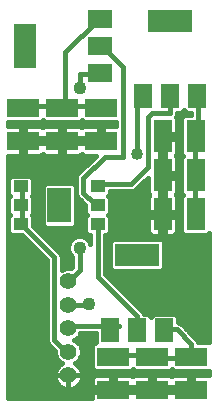
<source format=gtl>
G75*
G70*
%OFA0B0*%
%FSLAX24Y24*%
%IPPOS*%
%LPD*%
%AMOC8*
5,1,8,0,0,1.08239X$1,22.5*
%
%ADD10R,0.0760X0.1500*%
%ADD11R,0.0790X0.0590*%
%ADD12R,0.1500X0.0760*%
%ADD13R,0.0590X0.0790*%
%ADD14C,0.0555*%
%ADD15R,0.1063X0.0630*%
%ADD16R,0.0630X0.1063*%
%ADD17R,0.0512X0.0394*%
%ADD18R,0.0787X0.1181*%
%ADD19C,0.0160*%
%ADD20C,0.0436*%
%ADD21C,0.0400*%
D10*
X001500Y012080D03*
D11*
X004024Y012080D03*
X004024Y011174D03*
X004024Y012986D03*
D12*
X006350Y012930D03*
X005250Y005130D03*
D13*
X005250Y002606D03*
X004344Y002606D03*
X006156Y002606D03*
X006350Y010406D03*
X005444Y010406D03*
X007256Y010406D03*
D14*
X002959Y004255D03*
X002959Y003467D03*
X002959Y002680D03*
X002959Y001893D03*
X002959Y001105D03*
D15*
X004450Y000629D03*
X004450Y001731D03*
X005750Y001731D03*
X005750Y000629D03*
X007050Y000629D03*
X007050Y001731D03*
X004050Y008929D03*
X004050Y010031D03*
X002750Y010031D03*
X002750Y008929D03*
X001450Y008929D03*
X001450Y010031D03*
D16*
X006099Y009080D03*
X006099Y007780D03*
X006099Y006480D03*
X007201Y006480D03*
X007201Y007780D03*
X007201Y009080D03*
D17*
X003930Y007410D03*
X003930Y006780D03*
X003930Y006150D03*
X001370Y006150D03*
X001370Y006780D03*
X001370Y007410D03*
D18*
X002650Y006780D03*
D19*
X000930Y008434D02*
X000930Y000360D01*
X003739Y000360D01*
X003739Y000551D01*
X004373Y000551D01*
X004373Y000706D01*
X004373Y001124D01*
X003895Y001124D01*
X003849Y001112D01*
X003808Y001088D01*
X003774Y001054D01*
X003751Y001013D01*
X003739Y000967D01*
X003739Y000706D01*
X004373Y000706D01*
X004527Y000706D01*
X004527Y001124D01*
X005005Y001124D01*
X005051Y001112D01*
X005092Y001088D01*
X005100Y001080D01*
X005108Y001088D01*
X005149Y001112D01*
X005195Y001124D01*
X005673Y001124D01*
X005673Y000706D01*
X005827Y000706D01*
X005827Y001124D01*
X006305Y001124D01*
X006351Y001112D01*
X006392Y001088D01*
X006400Y001080D01*
X006408Y001088D01*
X006449Y001112D01*
X006495Y001124D01*
X006973Y001124D01*
X006973Y000706D01*
X007127Y000706D01*
X007127Y001124D01*
X007605Y001124D01*
X007640Y001114D01*
X007640Y001256D01*
X006452Y001256D01*
X006400Y001308D01*
X006348Y001256D01*
X005152Y001256D01*
X005100Y001308D01*
X005048Y001256D01*
X003852Y001256D01*
X003759Y001350D01*
X003759Y002112D01*
X003852Y002206D01*
X003889Y002206D01*
X003889Y002520D01*
X003366Y002520D01*
X003330Y002432D01*
X003206Y002309D01*
X003151Y002286D01*
X003206Y002263D01*
X003330Y002140D01*
X003396Y001980D01*
X003396Y001806D01*
X003330Y001645D01*
X003206Y001522D01*
X003175Y001509D01*
X003198Y001496D01*
X003257Y001454D01*
X003308Y001403D01*
X003350Y001345D01*
X003383Y001281D01*
X003405Y001212D01*
X003416Y001141D01*
X003416Y001105D01*
X002959Y001105D01*
X002959Y001105D01*
X002959Y000648D01*
X002995Y000648D01*
X003066Y000659D01*
X003134Y000681D01*
X003198Y000714D01*
X003257Y000756D01*
X003308Y000807D01*
X003350Y000865D01*
X003383Y000930D01*
X003405Y000998D01*
X003416Y001069D01*
X003416Y001105D01*
X002959Y001105D01*
X002959Y001105D01*
X002959Y000648D01*
X002923Y000648D01*
X002852Y000659D01*
X002783Y000681D01*
X002719Y000714D01*
X002661Y000756D01*
X002610Y000807D01*
X002567Y000865D01*
X002535Y000930D01*
X002512Y000998D01*
X002501Y001069D01*
X002501Y001105D01*
X002959Y001105D01*
X002959Y001105D01*
X002501Y001105D01*
X002501Y001141D01*
X002512Y001212D01*
X002535Y001281D01*
X002567Y001345D01*
X002610Y001403D01*
X002661Y001454D01*
X002719Y001496D01*
X002743Y001509D01*
X002711Y001522D01*
X002588Y001645D01*
X002521Y001806D01*
X002521Y001909D01*
X002287Y002144D01*
X002250Y002232D01*
X002250Y004941D01*
X001397Y005793D01*
X001048Y005793D01*
X000955Y005887D01*
X000955Y006413D01*
X001006Y006465D01*
X000955Y006517D01*
X000955Y007043D01*
X001006Y007095D01*
X000955Y007147D01*
X000955Y007673D01*
X001048Y007767D01*
X001693Y007767D01*
X001786Y007673D01*
X001786Y007147D01*
X001735Y007095D01*
X001786Y007043D01*
X001786Y006517D01*
X001735Y006465D01*
X001786Y006413D01*
X001786Y006083D01*
X002626Y005243D01*
X002693Y005176D01*
X002730Y005088D01*
X002730Y004634D01*
X002872Y004692D01*
X003046Y004692D01*
X003053Y004689D01*
X003090Y004726D01*
X002730Y004726D01*
X002730Y004885D02*
X003090Y004885D01*
X003090Y005043D02*
X002730Y005043D01*
X002668Y005202D02*
X002986Y005202D01*
X003009Y005146D02*
X003090Y005065D01*
X003090Y004726D01*
X003330Y004626D02*
X002959Y004255D01*
X003330Y004626D02*
X003330Y005360D01*
X002986Y005519D02*
X002351Y005519D01*
X002192Y005677D02*
X003112Y005677D01*
X003116Y005681D02*
X003009Y005574D01*
X002952Y005435D01*
X002952Y005285D01*
X003009Y005146D01*
X002952Y005360D02*
X002509Y005360D01*
X002490Y005040D02*
X002490Y002280D01*
X002850Y001920D01*
X002959Y001893D01*
X003241Y001556D02*
X003759Y001556D01*
X003759Y001398D02*
X003312Y001398D01*
X003396Y001239D02*
X007640Y001239D01*
X007127Y001081D02*
X006973Y001081D01*
X006973Y000922D02*
X007127Y000922D01*
X007127Y000764D02*
X006973Y000764D01*
X006973Y000706D02*
X006973Y000551D01*
X005827Y000551D01*
X005827Y000706D01*
X006461Y000706D01*
X006973Y000706D01*
X006973Y000605D02*
X005827Y000605D01*
X005827Y000764D02*
X005673Y000764D01*
X005673Y000706D02*
X005673Y000551D01*
X004527Y000551D01*
X004527Y000706D01*
X005039Y000706D01*
X005673Y000706D01*
X005673Y000605D02*
X004527Y000605D01*
X004527Y000764D02*
X004373Y000764D01*
X004373Y000922D02*
X004527Y000922D01*
X004527Y001081D02*
X004373Y001081D01*
X004373Y000605D02*
X000930Y000605D01*
X000930Y000447D02*
X003739Y000447D01*
X003739Y000764D02*
X003264Y000764D01*
X003379Y000922D02*
X003739Y000922D01*
X003801Y001081D02*
X003416Y001081D01*
X002959Y001081D02*
X002959Y001081D01*
X002959Y000922D02*
X002959Y000922D01*
X002959Y000764D02*
X002959Y000764D01*
X002653Y000764D02*
X000930Y000764D01*
X000930Y000922D02*
X002539Y000922D01*
X002501Y001081D02*
X000930Y001081D01*
X000930Y001239D02*
X002521Y001239D01*
X002606Y001398D02*
X000930Y001398D01*
X000930Y001556D02*
X002677Y001556D01*
X002559Y001715D02*
X000930Y001715D01*
X000930Y001873D02*
X002521Y001873D01*
X002399Y002032D02*
X000930Y002032D01*
X000930Y002190D02*
X002267Y002190D01*
X002250Y002349D02*
X000930Y002349D01*
X000930Y002507D02*
X002250Y002507D01*
X002250Y002666D02*
X000930Y002666D01*
X000930Y002824D02*
X002250Y002824D01*
X002250Y002983D02*
X000930Y002983D01*
X000930Y003141D02*
X002250Y003141D01*
X002250Y003300D02*
X000930Y003300D01*
X000930Y003458D02*
X002250Y003458D01*
X002250Y003617D02*
X000930Y003617D01*
X000930Y003775D02*
X002250Y003775D01*
X002250Y003934D02*
X000930Y003934D01*
X000930Y004092D02*
X002250Y004092D01*
X002250Y004251D02*
X000930Y004251D01*
X000930Y004409D02*
X002250Y004409D01*
X002250Y004568D02*
X000930Y004568D01*
X000930Y004726D02*
X002250Y004726D01*
X002250Y004885D02*
X000930Y004885D01*
X000930Y005043D02*
X002148Y005043D01*
X001989Y005202D02*
X000930Y005202D01*
X000930Y005360D02*
X001831Y005360D01*
X001672Y005519D02*
X000930Y005519D01*
X000930Y005677D02*
X001514Y005677D01*
X001410Y006120D02*
X001370Y006150D01*
X001410Y006240D01*
X001410Y006720D01*
X001370Y006780D01*
X001410Y006840D01*
X001410Y007320D01*
X001370Y007410D01*
X001786Y007421D02*
X002096Y007421D01*
X002096Y007437D02*
X002096Y006123D01*
X002190Y006029D01*
X003110Y006029D01*
X003204Y006123D01*
X003204Y007437D01*
X003110Y007531D01*
X002190Y007531D01*
X002096Y007437D01*
X002096Y007262D02*
X001786Y007262D01*
X001743Y007104D02*
X002096Y007104D01*
X002096Y006945D02*
X001786Y006945D01*
X001786Y006787D02*
X002096Y006787D01*
X002096Y006628D02*
X001786Y006628D01*
X001739Y006470D02*
X002096Y006470D01*
X002096Y006311D02*
X001786Y006311D01*
X001786Y006153D02*
X002096Y006153D01*
X002034Y005836D02*
X003565Y005836D01*
X003607Y005793D02*
X003690Y005793D01*
X003690Y005480D01*
X003651Y005574D01*
X003544Y005681D01*
X003405Y005738D01*
X003255Y005738D01*
X003116Y005681D01*
X003204Y006153D02*
X003514Y006153D01*
X003514Y006311D02*
X003204Y006311D01*
X003204Y006470D02*
X003561Y006470D01*
X003565Y006465D02*
X003514Y006413D01*
X003514Y005887D01*
X003607Y005793D01*
X003548Y005677D02*
X003690Y005677D01*
X003674Y005519D02*
X003690Y005519D01*
X003514Y005994D02*
X001875Y005994D01*
X001410Y006120D02*
X002490Y005040D01*
X002959Y003467D02*
X003637Y003467D01*
X003650Y003480D01*
X003930Y004400D02*
X005250Y003080D01*
X005250Y002606D01*
X005476Y003161D02*
X005453Y003216D01*
X005386Y003283D01*
X004170Y004500D01*
X004170Y005793D01*
X004252Y005793D01*
X004345Y005887D01*
X004345Y006413D01*
X004294Y006465D01*
X004345Y006517D01*
X004345Y007043D01*
X004294Y007095D01*
X004345Y007147D01*
X004345Y007240D01*
X005098Y007240D01*
X005186Y007277D01*
X005253Y007344D01*
X005604Y007694D01*
X005604Y007225D01*
X005616Y007179D01*
X005640Y007138D01*
X005648Y007130D01*
X005640Y007122D01*
X005616Y007081D01*
X005604Y007035D01*
X005604Y006557D01*
X006021Y006557D01*
X006021Y006403D01*
X005604Y006403D01*
X005604Y005925D01*
X005616Y005879D01*
X005640Y005838D01*
X005673Y005804D01*
X005714Y005781D01*
X005760Y005769D01*
X006021Y005769D01*
X006021Y006403D01*
X006176Y006403D01*
X006176Y006557D01*
X006594Y006557D01*
X006594Y007035D01*
X006582Y007081D01*
X006558Y007122D01*
X006550Y007130D01*
X006558Y007138D01*
X006582Y007179D01*
X006594Y007225D01*
X006594Y007703D01*
X006176Y007703D01*
X006176Y007857D01*
X006594Y007857D01*
X006594Y008335D01*
X006582Y008381D01*
X006558Y008422D01*
X006550Y008430D01*
X006558Y008438D01*
X006582Y008479D01*
X006594Y008525D01*
X006594Y009003D01*
X006176Y009003D01*
X006176Y009157D01*
X006594Y009157D01*
X006594Y009635D01*
X006582Y009681D01*
X006558Y009722D01*
X006546Y009734D01*
X006570Y009792D01*
X006570Y009851D01*
X006711Y009851D01*
X006803Y009943D01*
X006894Y009851D01*
X007050Y009851D01*
X007050Y009771D01*
X006820Y009771D01*
X006726Y009678D01*
X006726Y008482D01*
X006778Y008430D01*
X006726Y008378D01*
X006726Y007182D01*
X006778Y007130D01*
X006726Y007078D01*
X006726Y005882D01*
X006820Y005789D01*
X007582Y005789D01*
X007640Y005846D01*
X007640Y002206D01*
X007290Y002206D01*
X007290Y002208D01*
X007253Y002296D01*
X007186Y002363D01*
X006766Y002783D01*
X006762Y002792D01*
X006733Y002817D01*
X006706Y002843D01*
X006697Y002847D01*
X006689Y002854D01*
X006653Y002865D01*
X006618Y002880D01*
X006611Y002880D01*
X006611Y003068D01*
X006517Y003161D01*
X005794Y003161D01*
X005703Y003070D01*
X005611Y003161D01*
X005476Y003161D01*
X005370Y003300D02*
X007640Y003300D01*
X007640Y003141D02*
X006537Y003141D01*
X006611Y002983D02*
X007640Y002983D01*
X007640Y002824D02*
X006725Y002824D01*
X006884Y002666D02*
X007640Y002666D01*
X007640Y002507D02*
X007042Y002507D01*
X007201Y002349D02*
X007640Y002349D01*
X007050Y002160D02*
X007050Y001731D01*
X007050Y001680D01*
X005850Y001680D01*
X005750Y001731D01*
X005730Y001800D01*
X004530Y001800D01*
X004450Y001731D01*
X004344Y002606D02*
X004650Y002760D01*
X002970Y002760D01*
X002959Y002680D01*
X003246Y002349D02*
X003889Y002349D01*
X003889Y002507D02*
X003361Y002507D01*
X003280Y002190D02*
X003836Y002190D01*
X003759Y002032D02*
X003375Y002032D01*
X003396Y001873D02*
X003759Y001873D01*
X003759Y001715D02*
X003358Y001715D01*
X004736Y003934D02*
X007640Y003934D01*
X007640Y004092D02*
X004577Y004092D01*
X004419Y004251D02*
X007640Y004251D01*
X007640Y004409D02*
X004260Y004409D01*
X004170Y004568D02*
X007640Y004568D01*
X007640Y004726D02*
X006160Y004726D01*
X006160Y004684D02*
X006066Y004590D01*
X004434Y004590D01*
X004340Y004684D01*
X004340Y005576D01*
X004434Y005670D01*
X006066Y005670D01*
X006160Y005576D01*
X006160Y004684D01*
X006160Y004885D02*
X007640Y004885D01*
X007640Y005043D02*
X006160Y005043D01*
X006160Y005202D02*
X007640Y005202D01*
X007640Y005360D02*
X006160Y005360D01*
X006160Y005519D02*
X007640Y005519D01*
X007640Y005677D02*
X004170Y005677D01*
X004170Y005519D02*
X004340Y005519D01*
X004340Y005360D02*
X004170Y005360D01*
X004170Y005202D02*
X004340Y005202D01*
X004340Y005043D02*
X004170Y005043D01*
X004170Y004885D02*
X004340Y004885D01*
X004340Y004726D02*
X004170Y004726D01*
X003930Y004400D02*
X003930Y006150D01*
X004294Y005836D02*
X005642Y005836D01*
X005604Y005994D02*
X004345Y005994D01*
X004345Y006153D02*
X005604Y006153D01*
X005604Y006311D02*
X004345Y006311D01*
X004298Y006470D02*
X006021Y006470D01*
X006021Y006557D02*
X006021Y007069D01*
X006021Y007703D01*
X006176Y007703D01*
X006176Y006557D01*
X006021Y006557D01*
X006021Y006628D02*
X006176Y006628D01*
X006176Y006470D02*
X006726Y006470D01*
X006726Y006628D02*
X006594Y006628D01*
X006594Y006787D02*
X006726Y006787D01*
X006726Y006945D02*
X006594Y006945D01*
X006568Y007104D02*
X006752Y007104D01*
X006726Y007262D02*
X006594Y007262D01*
X006594Y007421D02*
X006726Y007421D01*
X006726Y007579D02*
X006594Y007579D01*
X006726Y007738D02*
X006176Y007738D01*
X006176Y007857D02*
X006021Y007857D01*
X006021Y009003D01*
X006176Y009003D01*
X006176Y008491D01*
X006176Y007857D01*
X006176Y007896D02*
X006021Y007896D01*
X006021Y008055D02*
X006176Y008055D01*
X006176Y008213D02*
X006021Y008213D01*
X006021Y008372D02*
X006176Y008372D01*
X006176Y008530D02*
X006021Y008530D01*
X006021Y008689D02*
X006176Y008689D01*
X006176Y008847D02*
X006021Y008847D01*
X006176Y009006D02*
X006726Y009006D01*
X006726Y009164D02*
X006594Y009164D01*
X006594Y009323D02*
X006726Y009323D01*
X006726Y009481D02*
X006594Y009481D01*
X006593Y009640D02*
X006726Y009640D01*
X006570Y009798D02*
X007050Y009798D01*
X007290Y010320D02*
X007256Y010406D01*
X007290Y010320D02*
X007290Y009120D01*
X007201Y009080D01*
X007170Y009000D01*
X007170Y007800D01*
X007201Y007780D01*
X007170Y007680D01*
X007170Y006480D01*
X007201Y006480D01*
X006726Y006311D02*
X006594Y006311D01*
X006594Y006403D02*
X006176Y006403D01*
X006176Y005769D01*
X006437Y005769D01*
X006483Y005781D01*
X006524Y005804D01*
X006558Y005838D01*
X006582Y005879D01*
X006594Y005925D01*
X006594Y006403D01*
X006594Y006153D02*
X006726Y006153D01*
X006726Y005994D02*
X006594Y005994D01*
X006555Y005836D02*
X006773Y005836D01*
X006176Y005836D02*
X006021Y005836D01*
X006021Y005994D02*
X006176Y005994D01*
X006176Y006153D02*
X006021Y006153D01*
X006021Y006311D02*
X006176Y006311D01*
X006176Y006787D02*
X006021Y006787D01*
X006021Y006945D02*
X006176Y006945D01*
X006176Y007104D02*
X006021Y007104D01*
X006021Y007262D02*
X006176Y007262D01*
X006176Y007421D02*
X006021Y007421D01*
X006021Y007579D02*
X006176Y007579D01*
X006594Y007896D02*
X006726Y007896D01*
X006726Y008055D02*
X006594Y008055D01*
X006594Y008213D02*
X006726Y008213D01*
X006726Y008372D02*
X006584Y008372D01*
X006594Y008530D02*
X006726Y008530D01*
X006726Y008689D02*
X006594Y008689D01*
X006594Y008847D02*
X006726Y008847D01*
X006330Y009840D02*
X006330Y010320D01*
X006350Y010406D01*
X006330Y009840D02*
X005730Y009840D01*
X005610Y009720D01*
X005610Y008040D01*
X005050Y007480D01*
X003950Y007480D01*
X003930Y007440D01*
X003930Y007410D01*
X004302Y007104D02*
X005629Y007104D01*
X005604Y007262D02*
X005151Y007262D01*
X005330Y007421D02*
X005604Y007421D01*
X005604Y007579D02*
X005488Y007579D01*
X005604Y006945D02*
X004345Y006945D01*
X004345Y006787D02*
X005604Y006787D01*
X005604Y006628D02*
X004345Y006628D01*
X003930Y006780D02*
X003810Y006840D01*
X003450Y007200D01*
X003450Y007680D01*
X004170Y008400D01*
X004770Y008400D01*
X004770Y011400D01*
X004050Y012120D01*
X004024Y012080D01*
X004024Y011174D02*
X003930Y011160D01*
X003330Y011160D01*
X003330Y010680D01*
X002850Y010080D02*
X002750Y010031D01*
X002730Y010080D01*
X001530Y010080D01*
X001450Y010031D01*
X001373Y009424D02*
X000930Y009424D01*
X000930Y009556D01*
X002048Y009556D01*
X002100Y009608D01*
X002152Y009556D01*
X003348Y009556D01*
X003400Y009608D01*
X003452Y009556D01*
X004530Y009556D01*
X004530Y009424D01*
X004127Y009424D01*
X004127Y009006D01*
X003973Y009006D01*
X003973Y009424D01*
X003495Y009424D01*
X003449Y009412D01*
X003408Y009388D01*
X003400Y009380D01*
X003392Y009388D01*
X003351Y009412D01*
X003305Y009424D01*
X002827Y009424D01*
X002827Y009006D01*
X002673Y009006D01*
X002673Y009424D01*
X002195Y009424D01*
X002149Y009412D01*
X002108Y009388D01*
X002100Y009380D01*
X002092Y009388D01*
X002051Y009412D01*
X002005Y009424D01*
X001527Y009424D01*
X001527Y009006D01*
X001373Y009006D01*
X001373Y009424D01*
X001373Y009323D02*
X001527Y009323D01*
X001527Y009164D02*
X001373Y009164D01*
X001527Y009006D02*
X002161Y009006D01*
X002673Y009006D01*
X002673Y008851D01*
X002827Y008851D01*
X002827Y008434D01*
X003305Y008434D01*
X003351Y008446D01*
X003392Y008470D01*
X003400Y008478D01*
X003408Y008470D01*
X003449Y008446D01*
X003495Y008434D01*
X003864Y008434D01*
X003247Y007816D01*
X003210Y007728D01*
X003210Y007152D01*
X003247Y007064D01*
X003314Y006997D01*
X003514Y006797D01*
X003514Y006517D01*
X003565Y006465D01*
X003514Y006628D02*
X003204Y006628D01*
X003204Y006787D02*
X003514Y006787D01*
X003366Y006945D02*
X003204Y006945D01*
X003204Y007104D02*
X003230Y007104D01*
X003210Y007262D02*
X003204Y007262D01*
X003204Y007421D02*
X003210Y007421D01*
X003210Y007579D02*
X001786Y007579D01*
X001722Y007738D02*
X003214Y007738D01*
X003327Y007896D02*
X000930Y007896D01*
X000930Y007738D02*
X001019Y007738D01*
X000955Y007579D02*
X000930Y007579D01*
X000930Y007421D02*
X000955Y007421D01*
X000955Y007262D02*
X000930Y007262D01*
X000930Y007104D02*
X000998Y007104D01*
X000955Y006945D02*
X000930Y006945D01*
X000930Y006787D02*
X000955Y006787D01*
X000955Y006628D02*
X000930Y006628D01*
X000930Y006470D02*
X001002Y006470D01*
X000955Y006311D02*
X000930Y006311D01*
X000930Y006153D02*
X000955Y006153D01*
X000955Y005994D02*
X000930Y005994D01*
X000930Y005836D02*
X001006Y005836D01*
X000930Y008055D02*
X003485Y008055D01*
X003644Y008213D02*
X000930Y008213D01*
X000930Y008372D02*
X003802Y008372D01*
X003973Y008851D02*
X002827Y008851D01*
X002827Y009006D01*
X003339Y009006D01*
X003973Y009006D01*
X003973Y008851D01*
X003973Y009006D02*
X002827Y009006D01*
X002827Y009164D02*
X002673Y009164D01*
X002673Y009006D02*
X001527Y009006D01*
X001527Y008851D01*
X001527Y008434D01*
X002005Y008434D01*
X002051Y008446D01*
X002092Y008470D01*
X002100Y008478D01*
X002108Y008470D01*
X002149Y008446D01*
X002195Y008434D01*
X002673Y008434D01*
X002673Y008851D01*
X001527Y008851D01*
X001373Y008851D01*
X001373Y008434D01*
X000930Y008434D01*
X001373Y008530D02*
X001527Y008530D01*
X001527Y008689D02*
X001373Y008689D01*
X001373Y008847D02*
X001527Y008847D01*
X000930Y009481D02*
X004530Y009481D01*
X004127Y009323D02*
X003973Y009323D01*
X003973Y009164D02*
X004127Y009164D01*
X004050Y010031D02*
X004050Y010080D01*
X002850Y010080D01*
X002850Y011880D01*
X003930Y012960D01*
X004024Y012986D01*
X005444Y010406D02*
X005370Y010320D01*
X005250Y010200D01*
X005250Y008500D01*
X007629Y005836D02*
X007640Y005836D01*
X007640Y003775D02*
X004894Y003775D01*
X005053Y003617D02*
X007640Y003617D01*
X007640Y003458D02*
X005211Y003458D01*
X005632Y003141D02*
X005774Y003141D01*
X006156Y002606D02*
X006570Y002640D01*
X007050Y002160D01*
X006401Y001081D02*
X006399Y001081D01*
X005827Y001081D02*
X005673Y001081D01*
X005673Y000922D02*
X005827Y000922D01*
X005101Y001081D02*
X005099Y001081D01*
X002827Y008530D02*
X002673Y008530D01*
X002673Y008689D02*
X002827Y008689D01*
X002827Y008847D02*
X002673Y008847D01*
X002673Y009323D02*
X002827Y009323D01*
D20*
X003330Y010680D03*
X003330Y005360D03*
X003650Y003480D03*
X007150Y004180D03*
D21*
X005250Y008500D03*
M02*

</source>
